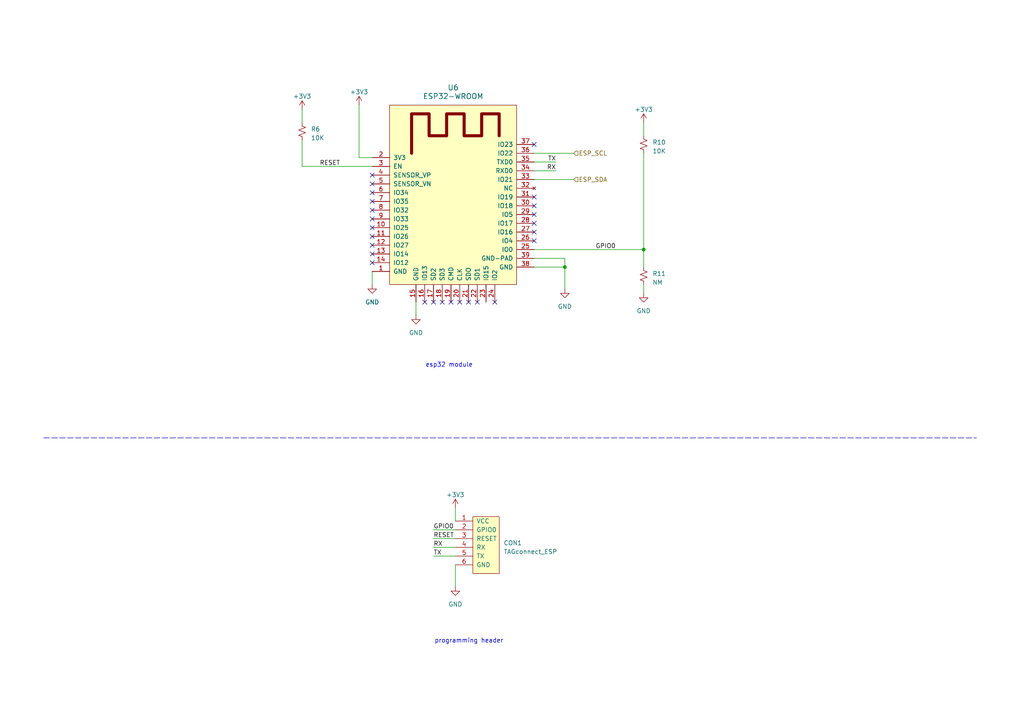
<source format=kicad_sch>
(kicad_sch (version 20210406) (generator eeschema)
  (paper "A4")
  (lib_symbols
    (symbol "Device:R_Small_US" (pin_numbers hide) (pin_names (offset 0.254) hide)
      (property "Reference" "R" (at 0.762 0.508 0))
      (property "Value" "R_Small_US" (at 0.762 -1.016 0))
      (symbol "R_Small_US_1_1"
        (polyline (pts (xy 0 0) (xy 1.016 -0.381) (xy 0 -0.762) (xy -1.016 -1.143) (xy 0 -1.524)))
        (polyline (pts (xy 0 1.524) (xy 1.016 1.143) (xy 0 0.762) (xy -1.016 0.381) (xy 0 0)))
        (pin passive line (at 0 2.54 270) (length 1.016) (name "~") (number "1"))
        (pin passive line (at 0 -2.54 90) (length 1.016) (name "~") (number "2"))
      )
    )
    (symbol "ESP32:ESP32-WROOM" (pin_names (offset 1.016))
      (property "Reference" "U" (at -17.78 31.75 0))
      (property "Value" "ESP32-WROOM" (at 12.7 31.75 0))
      (symbol "ESP32-WROOM_0_1"
        (rectangle (start -19.05 30.48) (end 17.78 -21.59) (fill (type background)))
        (polyline (pts (xy -12.7 16.51) (xy -12.7 27.94) (xy -7.62 27.94) (xy -7.62 21.59) (xy -2.54 21.59) (xy -2.54 27.94) (xy 2.54 27.94) (xy 2.54 21.59) (xy 7.62 21.59) (xy 7.62 27.94) (xy 12.7 27.94) (xy 12.7 21.59)) (stroke (width 0.889)))
      )
      (symbol "ESP32-WROOM_1_1"
        (pin power_out line (at -24.13 -17.78 0) (length 5.08) (name "GND") (number "1"))
        (pin bidirectional line (at -24.13 -5.08 0) (length 5.08) (name "IO25") (number "10"))
        (pin bidirectional line (at -24.13 -7.62 0) (length 5.08) (name "IO26") (number "11"))
        (pin bidirectional line (at -24.13 -10.16 0) (length 5.08) (name "IO27") (number "12"))
        (pin bidirectional line (at -24.13 -12.7 0) (length 5.08) (name "IO14") (number "13"))
        (pin bidirectional line (at -24.13 -15.24 0) (length 5.08) (name "IO12") (number "14"))
        (pin power_in line (at -11.43 -26.67 90) (length 5.08) (name "GND") (number "15"))
        (pin bidirectional line (at -8.89 -26.67 90) (length 5.08) (name "IO13") (number "16"))
        (pin bidirectional line (at -6.35 -26.67 90) (length 5.08) (name "SD2") (number "17"))
        (pin bidirectional line (at -3.81 -26.67 90) (length 5.08) (name "SD3") (number "18"))
        (pin bidirectional line (at -1.27 -26.67 90) (length 5.08) (name "CMD") (number "19"))
        (pin power_in line (at -24.13 15.24 0) (length 5.08) (name "3V3") (number "2"))
        (pin input line (at 1.27 -26.67 90) (length 5.08) (name "CLK") (number "20"))
        (pin bidirectional line (at 3.81 -26.67 90) (length 5.08) (name "SDO") (number "21"))
        (pin bidirectional line (at 6.35 -26.67 90) (length 5.08) (name "SD1") (number "22"))
        (pin bidirectional line (at 8.89 -26.67 90) (length 5.08) (name "IO15") (number "23"))
        (pin bidirectional line (at 11.43 -26.67 90) (length 5.08) (name "IO2") (number "24"))
        (pin bidirectional line (at 22.86 -11.43 180) (length 5.08) (name "IO0") (number "25"))
        (pin input line (at 22.86 -8.89 180) (length 5.08) (name "IO4") (number "26"))
        (pin bidirectional line (at 22.86 -6.35 180) (length 5.08) (name "IO16") (number "27"))
        (pin bidirectional line (at 22.86 -3.81 180) (length 5.08) (name "IO17") (number "28"))
        (pin bidirectional line (at 22.86 -1.27 180) (length 5.08) (name "IO5") (number "29"))
        (pin input line (at -24.13 12.7 0) (length 5.08) (name "EN") (number "3"))
        (pin input line (at 22.86 1.27 180) (length 5.08) (name "IO18") (number "30"))
        (pin bidirectional line (at 22.86 3.81 180) (length 5.08) (name "IO19") (number "31"))
        (pin no_connect line (at 22.86 6.35 180) (length 5.08) (name "NC") (number "32"))
        (pin bidirectional line (at 22.86 8.89 180) (length 5.08) (name "IO21") (number "33"))
        (pin bidirectional line (at 22.86 11.43 180) (length 5.08) (name "RXD0") (number "34"))
        (pin bidirectional line (at 22.86 13.97 180) (length 5.08) (name "TXD0") (number "35"))
        (pin bidirectional line (at 22.86 16.51 180) (length 5.08) (name "IO22") (number "36"))
        (pin bidirectional line (at 22.86 19.05 180) (length 5.08) (name "IO23") (number "37"))
        (pin power_in line (at 22.86 -16.51 180) (length 5.08) (name "GND") (number "38"))
        (pin power_in line (at 22.86 -13.97 180) (length 5.08) (name "GND-PAD") (number "39"))
        (pin input line (at -24.13 10.16 0) (length 5.08) (name "SENSOR_VP") (number "4"))
        (pin input line (at -24.13 7.62 0) (length 5.08) (name "SENSOR_VN") (number "5"))
        (pin bidirectional line (at -24.13 5.08 0) (length 5.08) (name "IO34") (number "6"))
        (pin bidirectional line (at -24.13 2.54 0) (length 5.08) (name "IO35") (number "7"))
        (pin bidirectional line (at -24.13 0 0) (length 5.08) (name "IO32") (number "8"))
        (pin bidirectional line (at -24.13 -2.54 0) (length 5.08) (name "IO33") (number "9"))
      )
    )
    (symbol "conectors:TAGconnect_ESP" (pin_names (offset 1.016))
      (property "Reference" "CON" (at 6.35 -8.89 90))
      (property "Value" "TAGconnect_ESP" (at 2.54 2.54 0))
      (symbol "TAGconnect_ESP_0_1"
        (rectangle (start 0 1.27) (end 7.62 -15.24) (fill (type background)))
      )
      (symbol "TAGconnect_ESP_1_1"
        (pin unspecified line (at -5.08 0 0) (length 5.08) (name "VCC") (number "1"))
        (pin unspecified line (at -5.08 -2.54 0) (length 5.08) (name "GPIO0") (number "2"))
        (pin unspecified line (at -5.08 -5.08 0) (length 5.08) (name "RESET") (number "3"))
        (pin unspecified line (at -5.08 -7.62 0) (length 5.08) (name "RX") (number "4"))
        (pin unspecified line (at -5.08 -10.16 0) (length 5.08) (name "TX") (number "5"))
        (pin unspecified line (at -5.08 -12.7 0) (length 5.08) (name "GND") (number "6"))
      )
    )
    (symbol "power:+3V3" (power) (pin_names (offset 0))
      (property "Value" "+3V3" (at 0 3.556 0))
      (symbol "+3V3_0_1"
        (polyline (pts (xy -0.762 1.27) (xy 0 2.54)))
        (polyline (pts (xy 0 0) (xy 0 2.54)))
        (polyline (pts (xy 0 2.54) (xy 0.762 1.27)))
      )
      (symbol "+3V3_1_1"
        (pin power_in line (at 0 0 90) (length 0) hide (name "+3V3") (number "1"))
      )
    )
    (symbol "power:GND" (power) (pin_names (offset 0))
      (property "Value" "GND" (at 0 -3.81 0))
      (symbol "GND_0_1"
        (polyline (pts (xy 0 0) (xy 0 -1.27) (xy 1.27 -1.27) (xy 0 -2.54) (xy -1.27 -1.27) (xy 0 -1.27)))
      )
      (symbol "GND_1_1"
        (pin power_in line (at 0 0 270) (length 0) hide (name "GND") (number "1"))
      )
    )
  )
  (junction (at 163.83 77.47) (diameter 0.9144))
  (junction (at 186.69 72.39) (diameter 0.9144))
  (no_connect (at 107.95 50.8))
  (no_connect (at 107.95 53.34))
  (no_connect (at 107.95 55.88))
  (no_connect (at 107.95 58.42))
  (no_connect (at 107.95 60.96))
  (no_connect (at 107.95 63.5))
  (no_connect (at 107.95 66.04))
  (no_connect (at 107.95 68.58))
  (no_connect (at 107.95 71.12))
  (no_connect (at 107.95 73.66))
  (no_connect (at 107.95 76.2))
  (no_connect (at 123.19 87.63))
  (no_connect (at 125.73 87.63))
  (no_connect (at 128.27 87.63))
  (no_connect (at 130.81 87.63))
  (no_connect (at 133.35 87.63))
  (no_connect (at 135.89 87.63))
  (no_connect (at 138.43 87.63))
  (no_connect (at 143.51 87.63))
  (no_connect (at 154.94 41.91))
  (no_connect (at 154.94 57.15))
  (no_connect (at 154.94 59.69))
  (no_connect (at 154.94 62.23))
  (no_connect (at 154.94 64.77))
  (no_connect (at 154.94 67.31))
  (no_connect (at 154.94 69.85))
  (wire (pts (xy 87.63 31.75) (xy 87.63 35.56)))
  (wire (pts (xy 87.63 40.64) (xy 87.63 48.26)))
  (wire (pts (xy 104.14 30.48) (xy 104.14 45.72)))
  (wire (pts (xy 107.95 45.72) (xy 104.14 45.72)))
  (wire (pts (xy 107.95 48.26) (xy 87.63 48.26)))
  (wire (pts (xy 107.95 78.74) (xy 107.95 82.55)))
  (wire (pts (xy 120.65 87.63) (xy 120.65 91.44)))
  (wire (pts (xy 125.73 153.67) (xy 132.08 153.67)))
  (wire (pts (xy 125.73 156.21) (xy 132.08 156.21)))
  (wire (pts (xy 125.73 158.75) (xy 132.08 158.75)))
  (wire (pts (xy 125.73 161.29) (xy 132.08 161.29)))
  (wire (pts (xy 132.08 147.32) (xy 132.08 151.13)))
  (wire (pts (xy 132.08 163.83) (xy 132.08 170.18)))
  (wire (pts (xy 154.94 44.45) (xy 166.37 44.45)))
  (wire (pts (xy 154.94 52.07) (xy 166.37 52.07)))
  (wire (pts (xy 154.94 72.39) (xy 186.69 72.39)))
  (wire (pts (xy 154.94 74.93) (xy 163.83 74.93)))
  (wire (pts (xy 154.94 77.47) (xy 163.83 77.47)))
  (wire (pts (xy 161.29 46.99) (xy 154.94 46.99)))
  (wire (pts (xy 161.29 49.53) (xy 154.94 49.53)))
  (wire (pts (xy 163.83 74.93) (xy 163.83 77.47)))
  (wire (pts (xy 163.83 77.47) (xy 163.83 83.82)))
  (wire (pts (xy 186.69 35.56) (xy 186.69 39.37)))
  (wire (pts (xy 186.69 44.45) (xy 186.69 72.39)))
  (wire (pts (xy 186.69 72.39) (xy 186.69 77.47)))
  (wire (pts (xy 186.69 82.55) (xy 186.69 85.09)))
  (polyline (pts (xy 12.7 127) (xy 283.21 127)) (stroke (width 0) (type dash)))
  (text "esp32 module\n" (at 137.16 106.68 180) (effects (font (size 1.27 1.27)) (justify right bottom)))
  (text "programming header" (at 146.05 186.69 180) (effects (font (size 1.27 1.27)) (justify right bottom)))
  (label "RESET" (at 92.71 48.26 0))
  (label "GPIO0" (at 125.73 153.67 0))
  (label "RESET" (at 125.73 156.21 0))
  (label "RX" (at 125.73 158.75 0))
  (label "TX" (at 125.73 161.29 0))
  (label "TX" (at 161.29 46.99 180))
  (label "RX" (at 161.29 49.53 180))
  (label "GPIO0" (at 172.72 72.39 0))
  (hierarchical_label "ESP_SCL" (shape input) (at 166.37 44.45 0))
  (hierarchical_label "ESP_SDA" (shape input) (at 166.37 52.07 0))
  (symbol (lib_id "power:+3V3") (at 87.63 31.75 0) (unit 1)
    (property "Reference" "#PWR0131" (effects hide))
    (property "Value" "+3V3" (at 87.63 27.94 0))
  )
  (symbol (lib_id "power:+3V3") (at 104.14 30.48 0) (unit 1)
    (property "Reference" "#PWR0132" (effects hide))
    (property "Value" "+3V3" (at 104.14 26.67 0))
  )
  (symbol (lib_id "power:+3V3") (at 132.08 147.32 0) (unit 1)
    (property "Reference" "#PWR0136" (effects hide))
    (property "Value" "+3V3" (at 132.08 143.51 0))
  )
  (symbol (lib_id "power:+3V3") (at 186.69 35.56 0) (unit 1)
    (property "Reference" "#PWR0138" (effects hide))
    (property "Value" "+3V3" (at 186.69 31.75 0))
  )
  (symbol (lib_id "power:GND") (at 107.95 82.55 0) (unit 1)
    (property "Reference" "#PWR0140" (effects hide))
    (property "Value" "GND" (at 107.95 87.63 0))
  )
  (symbol (lib_id "power:GND") (at 120.65 91.44 0) (unit 1)
    (property "Reference" "#PWR0139" (effects hide))
    (property "Value" "GND" (at 120.65 96.52 0))
  )
  (symbol (lib_id "power:GND") (at 132.08 170.18 0) (unit 1)
    (property "Reference" "#PWR0137" (effects hide))
    (property "Value" "GND" (at 132.08 175.26 0))
  )
  (symbol (lib_id "power:GND") (at 163.83 83.82 0) (unit 1)
    (property "Reference" "#PWR0135" (effects hide))
    (property "Value" "GND" (at 163.83 88.9 0))
  )
  (symbol (lib_id "power:GND") (at 186.69 85.09 0) (unit 1)
    (property "Reference" "#PWR0134" (effects hide))
    (property "Value" "GND" (at 186.69 90.17 0))
  )
  (symbol (lib_id "Device:R_Small_US") (at 87.63 38.1 0) (unit 1)
    (property "Reference" "R6" (at 90.17 37.4649 0) (effects (justify left)))
    (property "Value" "10K" (at 90.17 40.0049 0) (effects (justify left)))
    (property "Footprint" "vanalles:0603RL" (effects hide))
  )
  (symbol (lib_id "Device:R_Small_US") (at 186.69 41.91 0) (unit 1)
    (property "Reference" "R10" (at 189.23 41.2749 0) (effects (justify left)))
    (property "Value" "10K" (at 189.23 43.8149 0) (effects (justify left)))
    (property "Footprint" "vanalles:0603RL" (effects hide))
  )
  (symbol (lib_id "Device:R_Small_US") (at 186.69 80.01 0) (unit 1)
    (property "Reference" "R11" (at 189.23 79.3749 0) (effects (justify left)))
    (property "Value" "NM" (at 189.23 81.9149 0) (effects (justify left)))
    (property "Footprint" "vanalles:0603RL" (effects hide))
  )
  (symbol (lib_id "conectors:TAGconnect_ESP") (at 137.16 151.13 0) (unit 1)
    (property "Reference" "CON1" (at 146.05 157.4799 0) (effects (justify left)))
    (property "Value" "TAGconnect_ESP" (at 146.05 160.0199 0) (effects (justify left)))
    (property "Footprint" "connectors_user:Tag-Connect_TC2030-IDC-NL_2x03_P1.27mm_Vertical" (effects hide))
  )
  (symbol (lib_id "ESP32:ESP32-WROOM") (at 132.08 60.96 0) (unit 1)
    (property "Reference" "U6" (at 131.445 25.4 0) (effects (font (size 1.524 1.524))))
    (property "Value" "ESP32-WROOM" (at 131.445 27.94 0) (effects (font (size 1.524 1.524))))
    (property "Footprint" "Module:ESP32-WROOM-32" (effects hide))
  )
)
</source>
